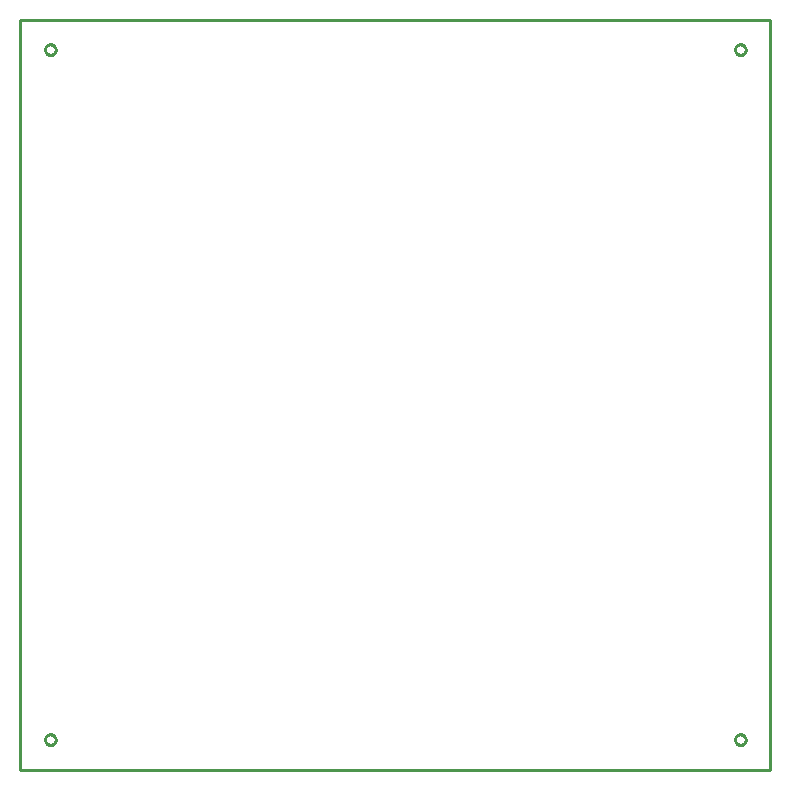
<source format=gbr>
G04 EAGLE Gerber RS-274X export*
G75*
%MOMM*%
%FSLAX34Y34*%
%LPD*%
%IN*%
%IPPOS*%
%AMOC8*
5,1,8,0,0,1.08239X$1,22.5*%
G01*
%ADD10C,0.254000*%


D10*
X0Y0D02*
X635000Y0D01*
X635000Y635000D01*
X0Y635000D01*
X0Y0D01*
X29900Y609305D02*
X29823Y608720D01*
X29670Y608150D01*
X29445Y607605D01*
X29150Y607095D01*
X28791Y606627D01*
X28373Y606209D01*
X27905Y605850D01*
X27395Y605555D01*
X26850Y605330D01*
X26280Y605177D01*
X25695Y605100D01*
X25105Y605100D01*
X24520Y605177D01*
X23950Y605330D01*
X23405Y605555D01*
X22895Y605850D01*
X22427Y606209D01*
X22009Y606627D01*
X21650Y607095D01*
X21355Y607605D01*
X21130Y608150D01*
X20977Y608720D01*
X20900Y609305D01*
X20900Y609895D01*
X20977Y610480D01*
X21130Y611050D01*
X21355Y611595D01*
X21650Y612105D01*
X22009Y612573D01*
X22427Y612991D01*
X22895Y613350D01*
X23405Y613645D01*
X23950Y613870D01*
X24520Y614023D01*
X25105Y614100D01*
X25695Y614100D01*
X26280Y614023D01*
X26850Y613870D01*
X27395Y613645D01*
X27905Y613350D01*
X28373Y612991D01*
X28791Y612573D01*
X29150Y612105D01*
X29445Y611595D01*
X29670Y611050D01*
X29823Y610480D01*
X29900Y609895D01*
X29900Y609305D01*
X614100Y609305D02*
X614023Y608720D01*
X613870Y608150D01*
X613645Y607605D01*
X613350Y607095D01*
X612991Y606627D01*
X612573Y606209D01*
X612105Y605850D01*
X611595Y605555D01*
X611050Y605330D01*
X610480Y605177D01*
X609895Y605100D01*
X609305Y605100D01*
X608720Y605177D01*
X608150Y605330D01*
X607605Y605555D01*
X607095Y605850D01*
X606627Y606209D01*
X606209Y606627D01*
X605850Y607095D01*
X605555Y607605D01*
X605330Y608150D01*
X605177Y608720D01*
X605100Y609305D01*
X605100Y609895D01*
X605177Y610480D01*
X605330Y611050D01*
X605555Y611595D01*
X605850Y612105D01*
X606209Y612573D01*
X606627Y612991D01*
X607095Y613350D01*
X607605Y613645D01*
X608150Y613870D01*
X608720Y614023D01*
X609305Y614100D01*
X609895Y614100D01*
X610480Y614023D01*
X611050Y613870D01*
X611595Y613645D01*
X612105Y613350D01*
X612573Y612991D01*
X612991Y612573D01*
X613350Y612105D01*
X613645Y611595D01*
X613870Y611050D01*
X614023Y610480D01*
X614100Y609895D01*
X614100Y609305D01*
X614100Y25105D02*
X614023Y24520D01*
X613870Y23950D01*
X613645Y23405D01*
X613350Y22895D01*
X612991Y22427D01*
X612573Y22009D01*
X612105Y21650D01*
X611595Y21355D01*
X611050Y21130D01*
X610480Y20977D01*
X609895Y20900D01*
X609305Y20900D01*
X608720Y20977D01*
X608150Y21130D01*
X607605Y21355D01*
X607095Y21650D01*
X606627Y22009D01*
X606209Y22427D01*
X605850Y22895D01*
X605555Y23405D01*
X605330Y23950D01*
X605177Y24520D01*
X605100Y25105D01*
X605100Y25695D01*
X605177Y26280D01*
X605330Y26850D01*
X605555Y27395D01*
X605850Y27905D01*
X606209Y28373D01*
X606627Y28791D01*
X607095Y29150D01*
X607605Y29445D01*
X608150Y29670D01*
X608720Y29823D01*
X609305Y29900D01*
X609895Y29900D01*
X610480Y29823D01*
X611050Y29670D01*
X611595Y29445D01*
X612105Y29150D01*
X612573Y28791D01*
X612991Y28373D01*
X613350Y27905D01*
X613645Y27395D01*
X613870Y26850D01*
X614023Y26280D01*
X614100Y25695D01*
X614100Y25105D01*
X29900Y25105D02*
X29823Y24520D01*
X29670Y23950D01*
X29445Y23405D01*
X29150Y22895D01*
X28791Y22427D01*
X28373Y22009D01*
X27905Y21650D01*
X27395Y21355D01*
X26850Y21130D01*
X26280Y20977D01*
X25695Y20900D01*
X25105Y20900D01*
X24520Y20977D01*
X23950Y21130D01*
X23405Y21355D01*
X22895Y21650D01*
X22427Y22009D01*
X22009Y22427D01*
X21650Y22895D01*
X21355Y23405D01*
X21130Y23950D01*
X20977Y24520D01*
X20900Y25105D01*
X20900Y25695D01*
X20977Y26280D01*
X21130Y26850D01*
X21355Y27395D01*
X21650Y27905D01*
X22009Y28373D01*
X22427Y28791D01*
X22895Y29150D01*
X23405Y29445D01*
X23950Y29670D01*
X24520Y29823D01*
X25105Y29900D01*
X25695Y29900D01*
X26280Y29823D01*
X26850Y29670D01*
X27395Y29445D01*
X27905Y29150D01*
X28373Y28791D01*
X28791Y28373D01*
X29150Y27905D01*
X29445Y27395D01*
X29670Y26850D01*
X29823Y26280D01*
X29900Y25695D01*
X29900Y25105D01*
M02*

</source>
